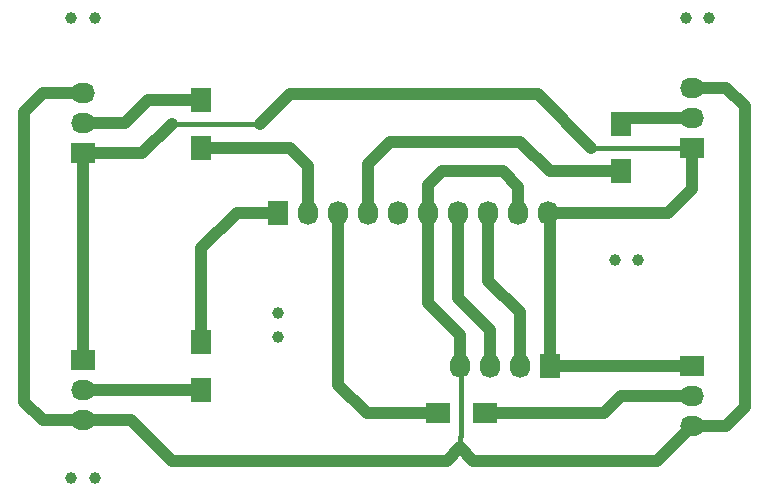
<source format=gbr>
G04 #@! TF.FileFunction,Copper,L2,Bot,Signal*
%FSLAX46Y46*%
G04 Gerber Fmt 4.6, Leading zero omitted, Abs format (unit mm)*
G04 Created by KiCad (PCBNEW 4.0.4-stable) date Thursday, December 15, 2016 'AMt' 04:24:18 AM*
%MOMM*%
%LPD*%
G01*
G04 APERTURE LIST*
%ADD10C,0.100000*%
%ADD11C,1.000000*%
%ADD12R,1.727200X2.032000*%
%ADD13O,1.727200X2.032000*%
%ADD14R,2.032000X1.727200*%
%ADD15O,2.032000X1.727200*%
%ADD16R,1.700000X2.000000*%
%ADD17R,2.000000X1.700000*%
%ADD18C,1.000000*%
%ADD19C,0.400000*%
G04 APERTURE END LIST*
D10*
D11*
X174500000Y-92000000D03*
X176500000Y-92000000D03*
X180500000Y-71500000D03*
X182500000Y-71500000D03*
X146000000Y-96500000D03*
X146000000Y-98500000D03*
X128500000Y-110500000D03*
X130500000Y-110500000D03*
X128500000Y-71500000D03*
X130500000Y-71500000D03*
D12*
X146000000Y-88000000D03*
D13*
X148540000Y-88000000D03*
X151080000Y-88000000D03*
X153620000Y-88000000D03*
X156160000Y-88000000D03*
X158700000Y-88000000D03*
X161240000Y-88000000D03*
X163780000Y-88000000D03*
X166320000Y-88000000D03*
X168860000Y-88000000D03*
D14*
X181000000Y-101000000D03*
D15*
X181000000Y-103540000D03*
X181000000Y-106080000D03*
D14*
X129500000Y-83000000D03*
D15*
X129500000Y-80460000D03*
X129500000Y-77920000D03*
D14*
X129500000Y-100500000D03*
D15*
X129500000Y-103040000D03*
X129500000Y-105580000D03*
D12*
X169000000Y-101000000D03*
D13*
X166460000Y-101000000D03*
X163920000Y-101000000D03*
X161380000Y-101000000D03*
D16*
X175000000Y-80500000D03*
X175000000Y-84500000D03*
D17*
X163500000Y-105000000D03*
X159500000Y-105000000D03*
D16*
X139500000Y-78500000D03*
X139500000Y-82500000D03*
X139500000Y-103000000D03*
X139500000Y-99000000D03*
D14*
X181000000Y-82500000D03*
D15*
X181000000Y-79960000D03*
X181000000Y-77420000D03*
D18*
X146000000Y-88000000D02*
X142500000Y-88000000D01*
X139500000Y-91000000D02*
X139500000Y-99000000D01*
X142500000Y-88000000D02*
X139500000Y-91000000D01*
X139500000Y-82500000D02*
X147000000Y-82500000D01*
X147000000Y-82500000D02*
X148540000Y-84040000D01*
X148540000Y-84040000D02*
X148540000Y-88000000D01*
X159500000Y-105000000D02*
X153500000Y-105000000D01*
X151080000Y-102580000D02*
X151080000Y-88000000D01*
X153500000Y-105000000D02*
X151080000Y-102580000D01*
X155500000Y-82000000D02*
X153620000Y-83880000D01*
X169000000Y-84500000D02*
X166500000Y-82000000D01*
X166500000Y-82000000D02*
X155500000Y-82000000D01*
X153620000Y-88000000D02*
X153620000Y-83880000D01*
X169000000Y-84500000D02*
X175000000Y-84500000D01*
X163920000Y-101000000D02*
X163920000Y-97920000D01*
X161240000Y-95240000D02*
X161240000Y-88000000D01*
X163920000Y-97920000D02*
X161240000Y-95240000D01*
X166460000Y-101000000D02*
X166460000Y-96460000D01*
X163780000Y-93780000D02*
X163780000Y-88000000D01*
X166460000Y-96460000D02*
X163780000Y-93780000D01*
D19*
X161380000Y-107880000D02*
X161380000Y-107020000D01*
X161500000Y-106900000D02*
X161500000Y-101120000D01*
X161380000Y-107020000D02*
X161500000Y-106900000D01*
X161500000Y-101120000D02*
X161380000Y-101000000D01*
D18*
X129500000Y-105580000D02*
X126080000Y-105580000D01*
X126080000Y-77920000D02*
X129500000Y-77920000D01*
X124500000Y-79500000D02*
X126080000Y-77920000D01*
X124500000Y-104000000D02*
X124500000Y-79500000D01*
X126080000Y-105580000D02*
X124500000Y-104000000D01*
X129500000Y-105580000D02*
X133580000Y-105580000D01*
X160260000Y-109000000D02*
X161380000Y-107880000D01*
X137000000Y-109000000D02*
X160260000Y-109000000D01*
X133580000Y-105580000D02*
X137000000Y-109000000D01*
X181000000Y-106080000D02*
X183920000Y-106080000D01*
X183920000Y-77420000D02*
X181000000Y-77420000D01*
X185500000Y-79000000D02*
X183920000Y-77420000D01*
X185500000Y-104500000D02*
X185500000Y-79000000D01*
X183920000Y-106080000D02*
X185500000Y-104500000D01*
X162500000Y-109000000D02*
X178080000Y-109000000D01*
X161380000Y-107880000D02*
X162500000Y-109000000D01*
X178080000Y-109000000D02*
X181000000Y-106080000D01*
X158700000Y-88000000D02*
X158700000Y-85700000D01*
X166320000Y-85820000D02*
X166320000Y-88000000D01*
X165000000Y-84500000D02*
X166320000Y-85820000D01*
X159900000Y-84500000D02*
X165000000Y-84500000D01*
X158700000Y-85700000D02*
X159900000Y-84500000D01*
X161380000Y-101000000D02*
X161380000Y-98380000D01*
X158700000Y-95700000D02*
X158700000Y-88000000D01*
X161380000Y-98380000D02*
X158700000Y-95700000D01*
D19*
X144500000Y-80500000D02*
X137000000Y-80500000D01*
D18*
X129500000Y-83000000D02*
X134500000Y-83000000D01*
X134500000Y-83000000D02*
X137000000Y-80500000D01*
X144500000Y-80500000D02*
X147000000Y-78000000D01*
X168000000Y-78000000D02*
X147000000Y-78000000D01*
X172500000Y-82500000D02*
X168000000Y-78000000D01*
D19*
X172500000Y-82500000D02*
X181000000Y-82500000D01*
D18*
X168860000Y-88000000D02*
X179000000Y-88000000D01*
X179000000Y-88000000D02*
X181000000Y-86000000D01*
X181000000Y-86000000D02*
X181000000Y-82500000D01*
X129500000Y-83000000D02*
X129500000Y-100500000D01*
X181000000Y-101000000D02*
X169000000Y-101000000D01*
X169000000Y-101000000D02*
X169000000Y-88140000D01*
X169000000Y-88140000D02*
X168860000Y-88000000D01*
X181000000Y-103540000D02*
X175040000Y-103540000D01*
X175040000Y-103540000D02*
X173580000Y-105000000D01*
X173580000Y-105000000D02*
X163500000Y-105000000D01*
X139500000Y-78500000D02*
X135000000Y-78500000D01*
X133040000Y-80460000D02*
X129500000Y-80460000D01*
X135000000Y-78500000D02*
X133040000Y-80460000D01*
X139500000Y-103000000D02*
X129540000Y-103000000D01*
X129540000Y-103000000D02*
X129500000Y-103040000D01*
X181000000Y-79960000D02*
X175540000Y-79960000D01*
X175540000Y-79960000D02*
X175000000Y-80500000D01*
M02*

</source>
